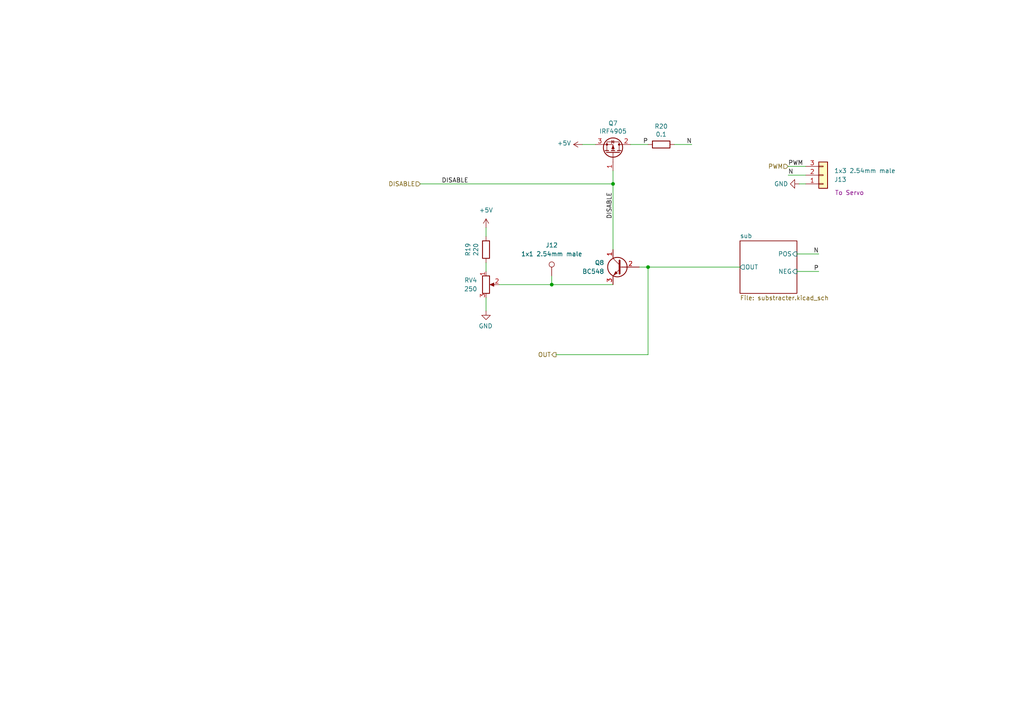
<source format=kicad_sch>
(kicad_sch (version 20211123) (generator eeschema)
  (paper "A4")
  (lib_symbols
    (symbol "Connector:TestPoint" (pin_numbers hide) (pin_names (offset 0.762) hide)
      (property "Reference" "TP" (at 0 6.858 0))
      (property "Value" "TestPoint" (at 0 5.08 0))
      (symbol "TestPoint_0_1"
        (circle (center 0 3.302) (radius 0.762))
      )
      (symbol "TestPoint_1_1"
        (pin passive line (at 0 0 90) (length 2.54) (name "1") (number "1"))
      )
    )
    (symbol "Connector_Generic:Conn_01x03" (pin_names (offset 1.016) hide)
      (property "Reference" "J" (at 0 5.08 0))
      (property "Value" "Conn_01x03" (at 0 -5.08 0))
      (symbol "Conn_01x03_1_1"
        (rectangle (start -1.27 -2.413) (end 0 -2.667) (stroke (width 0.1524)))
        (rectangle (start -1.27 0.127) (end 0 -0.127) (stroke (width 0.1524)))
        (rectangle (start -1.27 2.667) (end 0 2.413) (stroke (width 0.1524)))
        (rectangle (start -1.27 3.81) (end 1.27 -3.81) (stroke (width 0.254)) (fill (type background)))
        (pin passive line (at -5.08 2.54 0) (length 3.81) (name "Pin_1") (number "1"))
        (pin passive line (at -5.08 0 0) (length 3.81) (name "Pin_2") (number "2"))
        (pin passive line (at -5.08 -2.54 0) (length 3.81) (name "Pin_3") (number "3"))
      )
    )
    (symbol "Device:Q_PMOS_GDS" (pin_names (offset 0) hide)
      (property "Reference" "Q" (at 5.08 1.27 0))
      (property "Value" "Q_PMOS_GDS" (at 5.08 -1.27 0))
      (symbol "Q_PMOS_GDS_0_1"
        (polyline (pts (xy 0.254 0) (xy -2.54 0)))
        (polyline (pts (xy 0.254 1.905) (xy 0.254 -1.905)) (stroke (width 0.254)))
        (polyline (pts (xy 0.762 -1.27) (xy 0.762 -2.286)) (stroke (width 0.254)))
        (polyline (pts (xy 0.762 0.508) (xy 0.762 -0.508)) (stroke (width 0.254)))
        (polyline (pts (xy 0.762 2.286) (xy 0.762 1.27)) (stroke (width 0.254)))
        (polyline (pts (xy 2.54 2.54) (xy 2.54 1.778)))
        (polyline (pts (xy 2.54 -2.54) (xy 2.54 0) (xy 0.762 0)))
        (polyline (pts (xy 0.762 1.778) (xy 3.302 1.778) (xy 3.302 -1.778) (xy 0.762 -1.778)))
        (polyline (pts (xy 2.286 0) (xy 1.27 0.381) (xy 1.27 -0.381) (xy 2.286 0)) (fill (type outline)))
        (polyline (pts (xy 2.794 -0.508) (xy 2.921 -0.381) (xy 3.683 -0.381) (xy 3.81 -0.254)))
        (polyline (pts (xy 3.302 -0.381) (xy 2.921 0.254) (xy 3.683 0.254) (xy 3.302 -0.381)))
        (circle (center 1.651 0) (radius 2.794) (stroke (width 0.254)))
        (circle (center 2.54 -1.778) (radius 0.254) (fill (type outline)))
        (circle (center 2.54 1.778) (radius 0.254) (fill (type outline)))
      )
      (symbol "Q_PMOS_GDS_1_1"
        (pin input line (at -5.08 0 0) (length 2.54) (name "G") (number "1"))
        (pin passive line (at 2.54 5.08 270) (length 2.54) (name "D") (number "2"))
        (pin passive line (at 2.54 -5.08 90) (length 2.54) (name "S") (number "3"))
      )
    )
    (symbol "Device:R" (pin_numbers hide) (pin_names (offset 0))
      (property "Reference" "R" (at 2.032 0 90))
      (property "Value" "R" (at 0 0 90))
      (symbol "R_0_1"
        (rectangle (start -1.016 -2.54) (end 1.016 2.54) (stroke (width 0.254)))
      )
      (symbol "R_1_1"
        (pin passive line (at 0 3.81 270) (length 1.27) (name "~") (number "1"))
        (pin passive line (at 0 -3.81 90) (length 1.27) (name "~") (number "2"))
      )
    )
    (symbol "Device:R_Potentiometer" (pin_names (offset 1.016) hide)
      (property "Reference" "RV" (at -4.445 0 90))
      (property "Value" "R_Potentiometer" (at -2.54 0 90))
      (symbol "R_Potentiometer_0_1"
        (polyline (pts (xy 2.54 0) (xy 1.524 0)))
        (polyline (pts (xy 1.143 0) (xy 2.286 0.508) (xy 2.286 -0.508) (xy 1.143 0)) (fill (type outline)))
        (rectangle (start 1.016 2.54) (end -1.016 -2.54) (stroke (width 0.254)))
      )
      (symbol "R_Potentiometer_1_1"
        (pin passive line (at 0 3.81 270) (length 1.27) (name "1") (number "1"))
        (pin passive line (at 3.81 0 180) (length 1.27) (name "2") (number "2"))
        (pin passive line (at 0 -3.81 90) (length 1.27) (name "3") (number "3"))
      )
    )
    (symbol "Servo_Current_Limiter-cache:BC548" (pin_names (offset 0) hide)
      (property "Reference" "Q" (at 5.08 1.905 0))
      (property "Value" "BC548" (at 5.08 0 0))
      (symbol "BC548_0_1"
        (polyline (pts (xy 0 0) (xy 0.635 0)))
        (polyline (pts (xy 0.635 0.635) (xy 2.54 2.54)))
        (polyline (pts (xy 0.635 -0.635) (xy 2.54 -2.54) (xy 2.54 -2.54)))
        (polyline (pts (xy 0.635 1.905) (xy 0.635 -1.905) (xy 0.635 -1.905)) (stroke (width 0.508)))
        (polyline (pts (xy 1.27 -1.778) (xy 1.778 -1.27) (xy 2.286 -2.286) (xy 1.27 -1.778) (xy 1.27 -1.778)) (fill (type outline)))
        (circle (center 1.27 0) (radius 2.8194) (stroke (width 0.254)))
      )
      (symbol "BC548_1_1"
        (pin passive line (at 2.54 5.08 270) (length 2.54) (name "C") (number "1"))
        (pin input line (at -5.08 0 0) (length 5.08) (name "B") (number "2"))
        (pin passive line (at 2.54 -5.08 90) (length 2.54) (name "E") (number "3"))
      )
    )
    (symbol "power:+5V" (power) (pin_names (offset 0))
      (property "Value" "+5V" (at 0 3.556 0))
      (symbol "+5V_0_1"
        (polyline (pts (xy -0.762 1.27) (xy 0 2.54)))
        (polyline (pts (xy 0 0) (xy 0 2.54)))
        (polyline (pts (xy 0 2.54) (xy 0.762 1.27)))
      )
      (symbol "+5V_1_1"
        (pin power_in line (at 0 0 90) (length 0) hide (name "+5V") (number "1"))
      )
    )
    (symbol "power:GND" (power) (pin_names (offset 0))
      (property "Value" "GND" (at 0 -3.81 0))
      (symbol "GND_0_1"
        (polyline (pts (xy 0 0) (xy 0 -1.27) (xy 1.27 -1.27) (xy 0 -2.54) (xy -1.27 -1.27) (xy 0 -1.27)))
      )
      (symbol "GND_1_1"
        (pin power_in line (at 0 0 270) (length 0) hide (name "GND") (number "1"))
      )
    )
  )
  (junction (at 187.96 77.47))
  (junction (at 177.8 53.34))
  (junction (at 160.02 82.55))
  (wire (pts (xy 237.49 73.66) (xy 231.14 73.66)))
  (wire (pts (xy 182.88 41.91) (xy 187.96 41.91)))
  (wire (pts (xy 233.68 50.8) (xy 228.6 50.8)))
  (wire (pts (xy 160.02 82.55) (xy 160.02 80.01)))
  (wire (pts (xy 187.96 77.47) (xy 214.63 77.47)))
  (wire (pts (xy 161.29 102.87) (xy 187.96 102.87)))
  (wire (pts (xy 233.68 48.26) (xy 228.6 48.26)))
  (wire (pts (xy 177.8 49.53) (xy 177.8 53.34)))
  (wire (pts (xy 140.97 86.36) (xy 140.97 90.17)))
  (wire (pts (xy 237.49 78.74) (xy 231.14 78.74)))
  (wire (pts (xy 140.97 66.04) (xy 140.97 68.58)))
  (wire (pts (xy 195.58 41.91) (xy 200.66 41.91)))
  (wire (pts (xy 177.8 53.34) (xy 177.8 72.39)))
  (wire (pts (xy 168.91 41.91) (xy 172.72 41.91)))
  (wire (pts (xy 231.775 53.34) (xy 233.68 53.34)))
  (wire (pts (xy 160.02 82.55) (xy 177.8 82.55)))
  (wire (pts (xy 140.97 76.2) (xy 140.97 78.74)))
  (wire (pts (xy 187.96 77.47) (xy 187.96 102.87)))
  (wire (pts (xy 185.42 77.47) (xy 187.96 77.47)))
  (wire (pts (xy 121.92 53.34) (xy 177.8 53.34)))
  (wire (pts (xy 144.78 82.55) (xy 160.02 82.55)))
  (label "P" (at 187.96 41.91 180))
  (label "DISABLE" (at 177.8 63.5 90))
  (label "N" (at 228.6 50.8 0))
  (label "N" (at 237.49 73.66 180))
  (label "P" (at 237.49 78.74 180))
  (label "N" (at 200.66 41.91 180))
  (label "PWM" (at 228.6 48.26 0))
  (label "DISABLE" (at 135.89 53.34 180))
  (hierarchical_label "PWM" (shape input) (at 228.6 48.26 180))
  (hierarchical_label "DISABLE" (shape input) (at 121.92 53.34 180))
  (hierarchical_label "OUT" (shape output) (at 161.29 102.87 180))
  (symbol (lib_id "power:+5V") (at 140.97 66.04 0) (unit 1)
    (property "Reference" "#PWR026" (effects hide))
    (property "Value" "+5V" (at 140.97 60.96 0))
  )
  (symbol (lib_id "power:+5V") (at 168.91 41.91 90) (unit 1)
    (property "Reference" "#PWR028" (effects hide))
    (property "Value" "+5V" (at 165.6588 41.529 90) (effects (justify left)))
  )
  (symbol (lib_id "Connector:TestPoint") (at 160.02 80.01 0) (unit 1)
    (property "Reference" "J12" (at 160.02 71.12 0))
    (property "Value" "1x1 2.54mm male" (at 160.02 73.66 0))
    (property "Footprint" "Connector_PinHeader_2.54mm:PinHeader_1x01_P2.54mm_Vertical" (effects hide))
  )
  (symbol (lib_id "Device:R") (at 140.97 72.39 0) (unit 1)
    (property "Reference" "R19" (at 135.7122 72.39 90))
    (property "Value" "220" (at 138.0236 72.39 90))
    (property "Footprint" "For_Rasterboard:R_Axial_DIN0207_L6.3mm_D2.5mm_Pinf_Horizontal" (effects hide))
  )
  (symbol (lib_id "Servo_Current_Limiter-cache:BC548") (at 180.34 77.47 0) (mirror y) (unit 1)
    (property "Reference" "Q8" (at 175.26 76.1999 0) (effects (justify left)))
    (property "Value" "BC548" (at 175.26 78.7399 0) (effects (justify left)))
    (property "Footprint" "For_Rasterboard:TO-92_Inline_inf" (effects hide))
  )
  (symbol (lib_id "Device:Q_PMOS_GDS") (at 177.8 44.45 270) (mirror x) (unit 1)
    (property "Reference" "Q7" (at 177.8 35.7632 90))
    (property "Value" "IRF4905" (at 177.8 38.0746 90))
    (property "Footprint" "Package_TO_SOT_THT:TO-220-3_Vertical" (effects hide))
  )
  (symbol (lib_id "power:GND") (at 140.97 90.17 0) (mirror y) (unit 1)
    (property "Reference" "#PWR027" (effects hide))
    (property "Value" "GND" (at 140.843 94.5642 0))
  )
  (symbol (lib_id "Device:R_Potentiometer") (at 140.97 82.55 0) (unit 1)
    (property "Reference" "RV4" (at 138.43 81.2799 0) (effects (justify right)))
    (property "Value" "250" (at 138.43 83.8199 0) (effects (justify right)))
    (property "Footprint" "Potentiometer_THT:Potentiometer_Piher_PT-10-V10_Vertical" (effects hide))
  )
  (symbol (lib_id "Device:R") (at 191.77 41.91 270) (unit 1)
    (property "Reference" "R20" (at 191.77 36.6522 90))
    (property "Value" "0.1" (at 191.77 38.9636 90))
    (property "Footprint" "For_Rasterboard:R_Axial_DIN0207_L6.3mm_D2.5mm_P7.62mm_Horizontal" (effects hide))
  )
  (symbol (lib_id "power:GND") (at 231.775 53.34 270) (unit 1)
    (property "Reference" "#PWR029" (effects hide))
    (property "Value" "GND" (at 228.6 53.3399 90) (effects (justify right)))
  )
  (symbol (lib_id "Connector_Generic:Conn_01x03") (at 238.76 50.8 0) (mirror x) (unit 1)
    (property "Reference" "J13" (at 241.935 52.0701 0) (effects (justify left)))
    (property "Value" "1x3 2.54mm male" (at 241.935 49.5301 0) (effects (justify left)))
    (property "Footprint" "Connector_PinHeader_2.54mm:PinHeader_1x03_P2.54mm_Vertical" (effects hide))
    (property "Comment" "To Servo" (at 246.38 55.88 0))
  )
  (sheet (at 214.63 69.85) (size 16.51 15.24) (stroke (width 0.1524))
    (property "Sheet name" "sub" (at 214.63 69.1384 0) (effects (justify left bottom)))
    (property "Sheet file" "substracter.kicad_sch" (at 214.63 85.6746 0) (effects (justify left top)))
    (pin "POS" input (at 231.14 73.66 0))
    (pin "NEG" input (at 231.14 78.74 0))
    (pin "OUT" output (at 214.63 77.47 180))
  )
)
</source>
